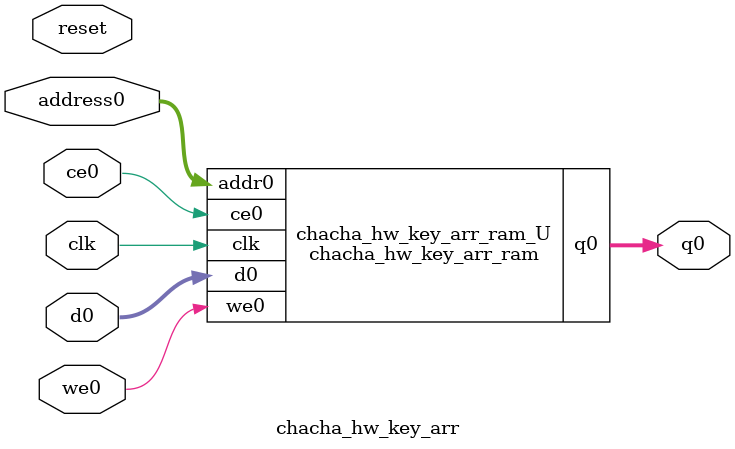
<source format=v>
`timescale 1 ns / 1 ps
module chacha_hw_key_arr_ram (addr0, ce0, d0, we0, q0,  clk);

parameter DWIDTH = 8;
parameter AWIDTH = 6;
parameter MEM_SIZE = 64;

input[AWIDTH-1:0] addr0;
input ce0;
input[DWIDTH-1:0] d0;
input we0;
output reg[DWIDTH-1:0] q0;
input clk;

(* ram_style = "distributed" *)reg [DWIDTH-1:0] ram[0:MEM_SIZE-1];




always @(posedge clk)  
begin 
    if (ce0) 
    begin
        if (we0) 
        begin 
            ram[addr0] <= d0; 
        end 
        q0 <= ram[addr0];
    end
end


endmodule

`timescale 1 ns / 1 ps
module chacha_hw_key_arr(
    reset,
    clk,
    address0,
    ce0,
    we0,
    d0,
    q0);

parameter DataWidth = 32'd8;
parameter AddressRange = 32'd64;
parameter AddressWidth = 32'd6;
input reset;
input clk;
input[AddressWidth - 1:0] address0;
input ce0;
input we0;
input[DataWidth - 1:0] d0;
output[DataWidth - 1:0] q0;



chacha_hw_key_arr_ram chacha_hw_key_arr_ram_U(
    .clk( clk ),
    .addr0( address0 ),
    .ce0( ce0 ),
    .we0( we0 ),
    .d0( d0 ),
    .q0( q0 ));

endmodule


</source>
